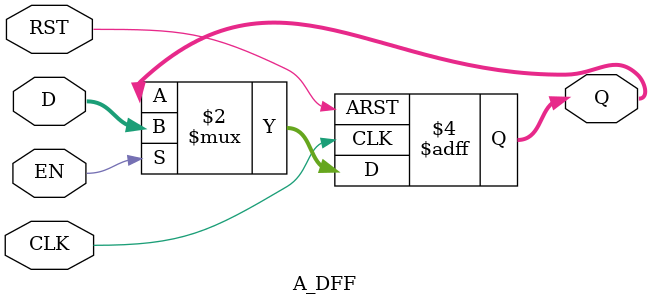
<source format=v>
module A_DFF(D,Q,RST,CLK,EN);
parameter SIZE = 18;
input CLK,RST,EN;
input [SIZE-1:0] D;
output reg [SIZE-1:0] Q;
always @(posedge CLK or posedge RST) begin
    if (RST)
      Q<=1'b0;
    else
        if (EN)
          Q<=D;  
end
endmodule
</source>
